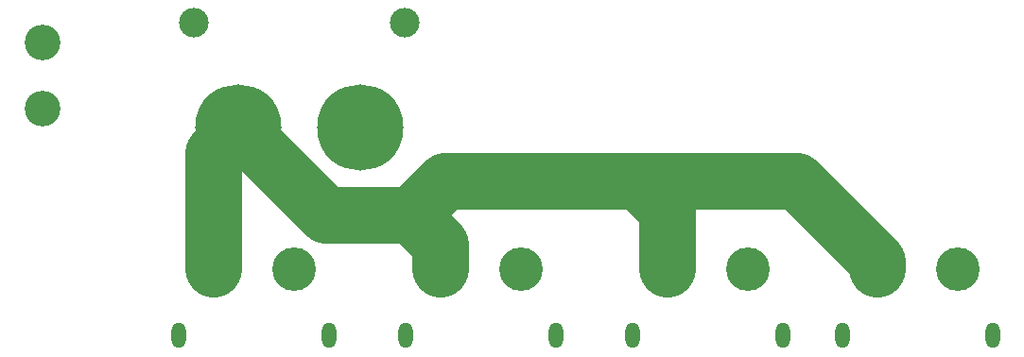
<source format=gts>
G04 Layer: TopSolderMaskLayer*
G04 EasyEDA v6.5.22, 2023-03-20 13:27:50*
G04 0fcd681f2d4240da92ff1f52a303d1ac,10*
G04 Gerber Generator version 0.2*
G04 Scale: 100 percent, Rotated: No, Reflected: No *
G04 Dimensions in millimeters *
G04 leading zeros omitted , absolute positions ,4 integer and 5 decimal *
%FSLAX45Y45*%
%MOMM*%

%ADD10C,5.1016*%
%ADD11O,1.3000228X2.3000208*%
%ADD12C,3.9000*%
%ADD13C,7.7200*%
%ADD14C,2.6499*%
%ADD15C,3.2032*%

%LPD*%
D10*
X2054986Y-2769984D02*
G01*
X1833600Y-2991370D01*
X1833600Y-4031995D01*
X2054986Y-2769984D02*
G01*
X2841002Y-3556000D01*
X3606800Y-3556000D01*
X3865600Y-3814800D01*
X3865600Y-4031995D01*
X3606800Y-3556000D02*
G01*
X3911600Y-3251200D01*
X5638800Y-3251200D01*
X5897600Y-3510000D01*
X5897600Y-4031995D01*
X5638800Y-3251200D02*
G01*
X7061200Y-3251200D01*
X7777200Y-3967200D01*
X7777200Y-4031995D01*
D11*
G01*
X6932599Y-4631994D03*
G01*
X5582589Y-4631994D03*
D12*
G01*
X6617588Y-4031995D03*
G01*
X5897600Y-4031995D03*
D11*
G01*
X8812199Y-4631994D03*
G01*
X7462189Y-4631994D03*
D12*
G01*
X8497188Y-4031995D03*
G01*
X7777200Y-4031995D03*
D11*
G01*
X2868599Y-4631994D03*
G01*
X1518589Y-4631994D03*
D12*
G01*
X2553588Y-4031995D03*
G01*
X1833600Y-4031995D03*
D11*
G01*
X4900599Y-4631994D03*
G01*
X3550589Y-4631994D03*
D12*
G01*
X4585588Y-4031995D03*
G01*
X3865600Y-4031995D03*
D13*
G01*
X2054986Y-2769984D03*
G01*
X3145002Y-2769984D03*
D14*
G01*
X1654987Y-1830006D03*
G01*
X3545001Y-1830006D03*
D15*
G01*
X299999Y-1999995D03*
G01*
X299999Y-2599994D03*
M02*

</source>
